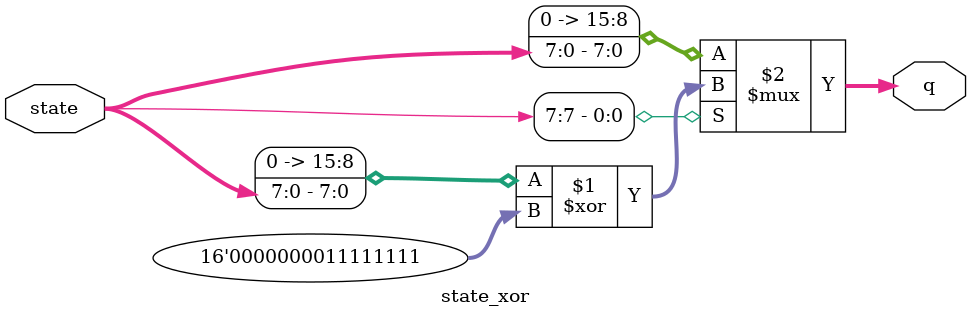
<source format=v>
module state_xor(
    input wire [7:0] state,
    output wire [15:0] q
);
    assign q = (state[7]) ? ({8'b0, state} ^ 16'h00FF) : {8'b0, state};
endmodule

</source>
